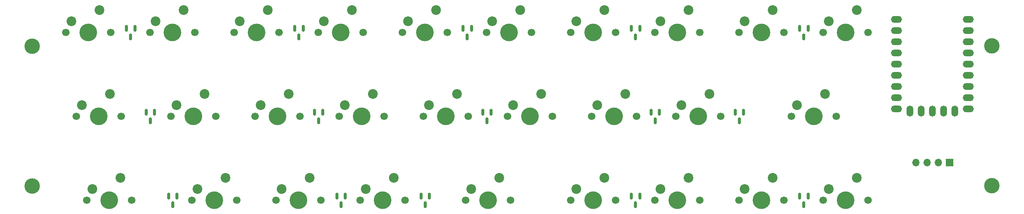
<source format=gbr>
%TF.GenerationSoftware,KiCad,Pcbnew,7.0.7*%
%TF.CreationDate,2023-08-31T12:53:40+10:00*%
%TF.ProjectId,qaz,71617a2e-6b69-4636-9164-5f7063625858,rev?*%
%TF.SameCoordinates,Original*%
%TF.FileFunction,Soldermask,Bot*%
%TF.FilePolarity,Negative*%
%FSLAX46Y46*%
G04 Gerber Fmt 4.6, Leading zero omitted, Abs format (unit mm)*
G04 Created by KiCad (PCBNEW 7.0.7) date 2023-08-31 12:53:40*
%MOMM*%
%LPD*%
G01*
G04 APERTURE LIST*
G04 Aperture macros list*
%AMRoundRect*
0 Rectangle with rounded corners*
0 $1 Rounding radius*
0 $2 $3 $4 $5 $6 $7 $8 $9 X,Y pos of 4 corners*
0 Add a 4 corners polygon primitive as box body*
4,1,4,$2,$3,$4,$5,$6,$7,$8,$9,$2,$3,0*
0 Add four circle primitives for the rounded corners*
1,1,$1+$1,$2,$3*
1,1,$1+$1,$4,$5*
1,1,$1+$1,$6,$7*
1,1,$1+$1,$8,$9*
0 Add four rect primitives between the rounded corners*
20,1,$1+$1,$2,$3,$4,$5,0*
20,1,$1+$1,$4,$5,$6,$7,0*
20,1,$1+$1,$6,$7,$8,$9,0*
20,1,$1+$1,$8,$9,$2,$3,0*%
G04 Aperture macros list end*
%ADD10O,1.700000X1.700000*%
%ADD11R,1.700000X1.700000*%
%ADD12C,1.700000*%
%ADD13C,4.000000*%
%ADD14C,2.200000*%
%ADD15C,3.500000*%
%ADD16RoundRect,0.150000X-0.150000X0.587500X-0.150000X-0.587500X0.150000X-0.587500X0.150000X0.587500X0*%
%ADD17O,2.500000X1.500000*%
%ADD18O,1.500000X2.500000*%
G04 APERTURE END LIST*
D10*
%TO.C,J1*%
X254085000Y-67305000D03*
X256625000Y-67305000D03*
X259165000Y-67305000D03*
D11*
X261705000Y-67305000D03*
%TD*%
D12*
%TO.C,SW24*%
X152082500Y-75819000D03*
D13*
X157162500Y-75819000D03*
D12*
X162242500Y-75819000D03*
D14*
X159702500Y-70739000D03*
X153352500Y-73279000D03*
%TD*%
D12*
%TO.C,SW11*%
X63976250Y-56769000D03*
D13*
X69056250Y-56769000D03*
D12*
X74136250Y-56769000D03*
D14*
X71596250Y-51689000D03*
X65246250Y-54229000D03*
%TD*%
D12*
%TO.C,SW27*%
X213995000Y-75819000D03*
D13*
X219075000Y-75819000D03*
D12*
X224155000Y-75819000D03*
D14*
X221615000Y-70739000D03*
X215265000Y-73279000D03*
%TD*%
D12*
%TO.C,SW19*%
X225901250Y-56769000D03*
D13*
X230981250Y-56769000D03*
D12*
X236061250Y-56769000D03*
D14*
X233521250Y-51689000D03*
X227171250Y-54229000D03*
%TD*%
D12*
%TO.C,SW21*%
X90170000Y-75819000D03*
D13*
X95250000Y-75819000D03*
D12*
X100330000Y-75819000D03*
D14*
X97790000Y-70739000D03*
X91440000Y-73279000D03*
%TD*%
D15*
%TO.C,REF\u002A\u002A*%
X271250000Y-72500000D03*
%TD*%
D12*
%TO.C,SW5*%
X137795000Y-37719000D03*
D13*
X142875000Y-37719000D03*
D12*
X147955000Y-37719000D03*
D14*
X145415000Y-32639000D03*
X139065000Y-35179000D03*
%TD*%
D12*
%TO.C,SW7*%
X175895000Y-37719000D03*
D13*
X180975000Y-37719000D03*
D12*
X186055000Y-37719000D03*
D14*
X183515000Y-32639000D03*
X177165000Y-35179000D03*
%TD*%
D15*
%TO.C,REF\u002A\u002A*%
X53975000Y-72644000D03*
%TD*%
D12*
%TO.C,SW1*%
X61595000Y-37719000D03*
D13*
X66675000Y-37719000D03*
D12*
X71755000Y-37719000D03*
D14*
X69215000Y-32639000D03*
X62865000Y-35179000D03*
%TD*%
D12*
%TO.C,SW26*%
X194945000Y-75819000D03*
D13*
X200025000Y-75819000D03*
D12*
X205105000Y-75819000D03*
D14*
X202565000Y-70739000D03*
X196215000Y-73279000D03*
%TD*%
D12*
%TO.C,SW9*%
X213995000Y-37719000D03*
D13*
X219075000Y-37719000D03*
D12*
X224155000Y-37719000D03*
D14*
X221615000Y-32639000D03*
X215265000Y-35179000D03*
%TD*%
D12*
%TO.C,SW18*%
X199707500Y-56769000D03*
D13*
X204787500Y-56769000D03*
D12*
X209867500Y-56769000D03*
D14*
X207327500Y-51689000D03*
X200977500Y-54229000D03*
%TD*%
D12*
%TO.C,SW13*%
X104457500Y-56769000D03*
D13*
X109537500Y-56769000D03*
D12*
X114617500Y-56769000D03*
D14*
X112077500Y-51689000D03*
X105727500Y-54229000D03*
%TD*%
D12*
%TO.C,SW2*%
X80645000Y-37719000D03*
D13*
X85725000Y-37719000D03*
D12*
X90805000Y-37719000D03*
D14*
X88265000Y-32639000D03*
X81915000Y-35179000D03*
%TD*%
D12*
%TO.C,SW12*%
X85407500Y-56769000D03*
D13*
X90487500Y-56769000D03*
D12*
X95567500Y-56769000D03*
D14*
X93027500Y-51689000D03*
X86677500Y-54229000D03*
%TD*%
D12*
%TO.C,SW20*%
X66357500Y-75819000D03*
D13*
X71437500Y-75819000D03*
D12*
X76517500Y-75819000D03*
D14*
X73977500Y-70739000D03*
X67627500Y-73279000D03*
%TD*%
D12*
%TO.C,SW17*%
X180657500Y-56769000D03*
D13*
X185737500Y-56769000D03*
D12*
X190817500Y-56769000D03*
D14*
X188277500Y-51689000D03*
X181927500Y-54229000D03*
%TD*%
D12*
%TO.C,SW28*%
X233045000Y-75819000D03*
D13*
X238125000Y-75819000D03*
D12*
X243205000Y-75819000D03*
D14*
X240665000Y-70739000D03*
X234315000Y-73279000D03*
%TD*%
D12*
%TO.C,SW10*%
X233045000Y-37719000D03*
D13*
X238125000Y-37719000D03*
D12*
X243205000Y-37719000D03*
D14*
X240665000Y-32639000D03*
X234315000Y-35179000D03*
%TD*%
D12*
%TO.C,SW6*%
X156845000Y-37719000D03*
D13*
X161925000Y-37719000D03*
D12*
X167005000Y-37719000D03*
D14*
X164465000Y-32639000D03*
X158115000Y-35179000D03*
%TD*%
D15*
%TO.C,REF\u002A\u002A*%
X53975000Y-40894000D03*
%TD*%
D12*
%TO.C,SW16*%
X161607500Y-56769000D03*
D13*
X166687500Y-56769000D03*
D12*
X171767500Y-56769000D03*
D14*
X169227500Y-51689000D03*
X162877500Y-54229000D03*
%TD*%
D12*
%TO.C,SW14*%
X123507500Y-56769000D03*
D13*
X128587500Y-56769000D03*
D12*
X133667500Y-56769000D03*
D14*
X131127500Y-51689000D03*
X124777500Y-54229000D03*
%TD*%
D15*
%TO.C,REF\u002A\u002A*%
X271250000Y-40750000D03*
%TD*%
D12*
%TO.C,SW22*%
X109220000Y-75819000D03*
D13*
X114300000Y-75819000D03*
D12*
X119380000Y-75819000D03*
D14*
X116840000Y-70739000D03*
X110490000Y-73279000D03*
%TD*%
D12*
%TO.C,SW23*%
X128270000Y-75819000D03*
D13*
X133350000Y-75819000D03*
D12*
X138430000Y-75819000D03*
D14*
X135890000Y-70739000D03*
X129540000Y-73279000D03*
%TD*%
D12*
%TO.C,SW3*%
X99695000Y-37719000D03*
D13*
X104775000Y-37719000D03*
D12*
X109855000Y-37719000D03*
D14*
X107315000Y-32639000D03*
X100965000Y-35179000D03*
%TD*%
D12*
%TO.C,SW4*%
X118745000Y-37719000D03*
D13*
X123825000Y-37719000D03*
D12*
X128905000Y-37719000D03*
D14*
X126365000Y-32639000D03*
X120015000Y-35179000D03*
%TD*%
D12*
%TO.C,SW8*%
X194945000Y-37719000D03*
D13*
X200025000Y-37719000D03*
D12*
X205105000Y-37719000D03*
D14*
X202565000Y-32639000D03*
X196215000Y-35179000D03*
%TD*%
D12*
%TO.C,SW15*%
X142557500Y-56769000D03*
D13*
X147637500Y-56769000D03*
D12*
X152717500Y-56769000D03*
D14*
X150177500Y-51689000D03*
X143827500Y-54229000D03*
%TD*%
D12*
%TO.C,SW25*%
X175895000Y-75819000D03*
D13*
X180975000Y-75819000D03*
D12*
X186055000Y-75819000D03*
D14*
X183515000Y-70739000D03*
X177165000Y-73279000D03*
%TD*%
D16*
%TO.C,D7*%
X117880000Y-55899000D03*
X119780000Y-55899000D03*
X118830000Y-57774000D03*
%TD*%
%TO.C,D13*%
X142005000Y-74949000D03*
X143905000Y-74949000D03*
X142955000Y-76824000D03*
%TD*%
%TO.C,D2*%
X113430000Y-36849000D03*
X115330000Y-36849000D03*
X114380000Y-38724000D03*
%TD*%
%TO.C,D12*%
X122955000Y-74949000D03*
X124855000Y-74949000D03*
X123905000Y-76824000D03*
%TD*%
%TO.C,D14*%
X189635000Y-74949000D03*
X191535000Y-74949000D03*
X190585000Y-76824000D03*
%TD*%
%TO.C,D8*%
X155980000Y-55899000D03*
X157880000Y-55899000D03*
X156930000Y-57774000D03*
%TD*%
%TO.C,D10*%
X213125000Y-55899000D03*
X215025000Y-55899000D03*
X214075000Y-57774000D03*
%TD*%
%TO.C,D15*%
X227735000Y-74949000D03*
X229635000Y-74949000D03*
X228685000Y-76824000D03*
%TD*%
%TO.C,D5*%
X227735000Y-36849000D03*
X229635000Y-36849000D03*
X228685000Y-38724000D03*
%TD*%
%TO.C,D6*%
X79780000Y-55899000D03*
X81680000Y-55899000D03*
X80730000Y-57774000D03*
%TD*%
%TO.C,D1*%
X76280000Y-38724000D03*
X77230000Y-36849000D03*
X75330000Y-36849000D03*
%TD*%
D17*
%TO.C,U1*%
X249690000Y-34798000D03*
X249690000Y-37338000D03*
X249690000Y-39878000D03*
X249690000Y-42418000D03*
X249690000Y-44958000D03*
X249690000Y-47498000D03*
X249690000Y-50038000D03*
X249690000Y-52578000D03*
X249690000Y-55118000D03*
D18*
X252730000Y-55618000D03*
X255270000Y-55618000D03*
X257810000Y-55618000D03*
X260350000Y-55618000D03*
X262890000Y-55618000D03*
D17*
X265930000Y-55118000D03*
X265930000Y-52578000D03*
X265930000Y-50038000D03*
X265930000Y-47498000D03*
X265930000Y-44958000D03*
X265930000Y-42418000D03*
X265930000Y-39878000D03*
X265930000Y-37338000D03*
X265930000Y-34798000D03*
%TD*%
D16*
%TO.C,D9*%
X194080000Y-55899000D03*
X195980000Y-55899000D03*
X195030000Y-57774000D03*
%TD*%
%TO.C,D11*%
X84855000Y-74949000D03*
X86755000Y-74949000D03*
X85805000Y-76824000D03*
%TD*%
%TO.C,D4*%
X189635000Y-36849000D03*
X191535000Y-36849000D03*
X190585000Y-38724000D03*
%TD*%
%TO.C,D3*%
X151535000Y-36849000D03*
X153435000Y-36849000D03*
X152485000Y-38724000D03*
%TD*%
M02*

</source>
